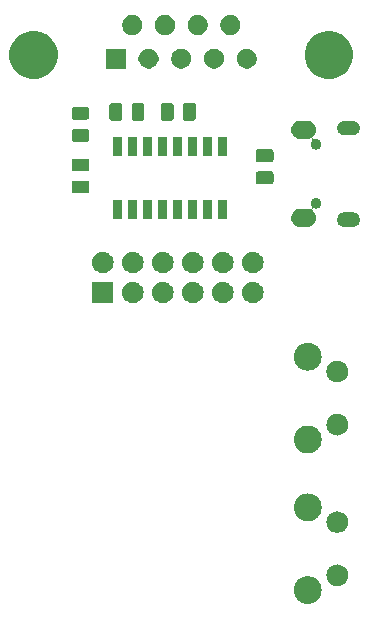
<source format=gbr>
G04 #@! TF.GenerationSoftware,KiCad,Pcbnew,(5.0.2)-1*
G04 #@! TF.CreationDate,2020-03-26T14:30:10-07:00*
G04 #@! TF.ProjectId,RetroWIFI,52657472-6f57-4494-9649-2e6b69636164,rev?*
G04 #@! TF.SameCoordinates,Original*
G04 #@! TF.FileFunction,Soldermask,Bot*
G04 #@! TF.FilePolarity,Negative*
%FSLAX46Y46*%
G04 Gerber Fmt 4.6, Leading zero omitted, Abs format (unit mm)*
G04 Created by KiCad (PCBNEW (5.0.2)-1) date 3/26/2020 2:30:10 PM*
%MOMM*%
%LPD*%
G01*
G04 APERTURE LIST*
%ADD10C,0.100000*%
G04 APERTURE END LIST*
D10*
G04 #@! TO.C,SW1*
X157893000Y-135500000D02*
G75*
G03X157893000Y-135500000I-1143000J0D01*
G01*
X160139000Y-129750000D02*
G75*
G03X160139000Y-129750000I-889000J0D01*
G01*
X160139000Y-134250000D02*
G75*
G03X160139000Y-134250000I-889000J0D01*
G01*
X157893000Y-128500000D02*
G75*
G03X157893000Y-128500000I-1143000J0D01*
G01*
G04 #@! TO.C,SW2*
X157893000Y-115750000D02*
G75*
G03X157893000Y-115750000I-1143000J0D01*
G01*
X160139000Y-121500000D02*
G75*
G03X160139000Y-121500000I-889000J0D01*
G01*
X160139000Y-117000000D02*
G75*
G03X160139000Y-117000000I-889000J0D01*
G01*
X157893000Y-122750000D02*
G75*
G03X157893000Y-122750000I-1143000J0D01*
G01*
G36*
X157085734Y-134393232D02*
X157295202Y-134479996D01*
X157483723Y-134605962D01*
X157644038Y-134766277D01*
X157770004Y-134954798D01*
X157856768Y-135164266D01*
X157901000Y-135386635D01*
X157901000Y-135613365D01*
X157856768Y-135835734D01*
X157770004Y-136045202D01*
X157644038Y-136233723D01*
X157483723Y-136394038D01*
X157295202Y-136520004D01*
X157085734Y-136606768D01*
X156863365Y-136651000D01*
X156636635Y-136651000D01*
X156414266Y-136606768D01*
X156204798Y-136520004D01*
X156016277Y-136394038D01*
X155855962Y-136233723D01*
X155729996Y-136045202D01*
X155643232Y-135835734D01*
X155599000Y-135613365D01*
X155599000Y-135386635D01*
X155643232Y-135164266D01*
X155729996Y-134954798D01*
X155855962Y-134766277D01*
X156016277Y-134605962D01*
X156204798Y-134479996D01*
X156414266Y-134393232D01*
X156636635Y-134349000D01*
X156863365Y-134349000D01*
X157085734Y-134393232D01*
X157085734Y-134393232D01*
G37*
G36*
X159512812Y-133383624D02*
X159676784Y-133451544D01*
X159824354Y-133550147D01*
X159949853Y-133675646D01*
X160048456Y-133823216D01*
X160116376Y-133987188D01*
X160151000Y-134161259D01*
X160151000Y-134338741D01*
X160116376Y-134512812D01*
X160048456Y-134676784D01*
X159949853Y-134824354D01*
X159824354Y-134949853D01*
X159676784Y-135048456D01*
X159512812Y-135116376D01*
X159338741Y-135151000D01*
X159161259Y-135151000D01*
X158987188Y-135116376D01*
X158823216Y-135048456D01*
X158675646Y-134949853D01*
X158550147Y-134824354D01*
X158451544Y-134676784D01*
X158383624Y-134512812D01*
X158349000Y-134338741D01*
X158349000Y-134161259D01*
X158383624Y-133987188D01*
X158451544Y-133823216D01*
X158550147Y-133675646D01*
X158675646Y-133550147D01*
X158823216Y-133451544D01*
X158987188Y-133383624D01*
X159161259Y-133349000D01*
X159338741Y-133349000D01*
X159512812Y-133383624D01*
X159512812Y-133383624D01*
G37*
G36*
X159512812Y-128883624D02*
X159676784Y-128951544D01*
X159824354Y-129050147D01*
X159949853Y-129175646D01*
X160048456Y-129323216D01*
X160116376Y-129487188D01*
X160151000Y-129661259D01*
X160151000Y-129838741D01*
X160116376Y-130012812D01*
X160048456Y-130176784D01*
X159949853Y-130324354D01*
X159824354Y-130449853D01*
X159676784Y-130548456D01*
X159512812Y-130616376D01*
X159338741Y-130651000D01*
X159161259Y-130651000D01*
X158987188Y-130616376D01*
X158823216Y-130548456D01*
X158675646Y-130449853D01*
X158550147Y-130324354D01*
X158451544Y-130176784D01*
X158383624Y-130012812D01*
X158349000Y-129838741D01*
X158349000Y-129661259D01*
X158383624Y-129487188D01*
X158451544Y-129323216D01*
X158550147Y-129175646D01*
X158675646Y-129050147D01*
X158823216Y-128951544D01*
X158987188Y-128883624D01*
X159161259Y-128849000D01*
X159338741Y-128849000D01*
X159512812Y-128883624D01*
X159512812Y-128883624D01*
G37*
G36*
X157085734Y-127393232D02*
X157295202Y-127479996D01*
X157483723Y-127605962D01*
X157644038Y-127766277D01*
X157770004Y-127954798D01*
X157856768Y-128164266D01*
X157901000Y-128386635D01*
X157901000Y-128613365D01*
X157856768Y-128835734D01*
X157770004Y-129045202D01*
X157644038Y-129233723D01*
X157483723Y-129394038D01*
X157295202Y-129520004D01*
X157085734Y-129606768D01*
X156863365Y-129651000D01*
X156636635Y-129651000D01*
X156414266Y-129606768D01*
X156204798Y-129520004D01*
X156016277Y-129394038D01*
X155855962Y-129233723D01*
X155729996Y-129045202D01*
X155643232Y-128835734D01*
X155599000Y-128613365D01*
X155599000Y-128386635D01*
X155643232Y-128164266D01*
X155729996Y-127954798D01*
X155855962Y-127766277D01*
X156016277Y-127605962D01*
X156204798Y-127479996D01*
X156414266Y-127393232D01*
X156636635Y-127349000D01*
X156863365Y-127349000D01*
X157085734Y-127393232D01*
X157085734Y-127393232D01*
G37*
G36*
X157085734Y-121643232D02*
X157295202Y-121729996D01*
X157483723Y-121855962D01*
X157644038Y-122016277D01*
X157770004Y-122204798D01*
X157856768Y-122414266D01*
X157901000Y-122636635D01*
X157901000Y-122863365D01*
X157856768Y-123085734D01*
X157770004Y-123295202D01*
X157644038Y-123483723D01*
X157483723Y-123644038D01*
X157295202Y-123770004D01*
X157085734Y-123856768D01*
X156863365Y-123901000D01*
X156636635Y-123901000D01*
X156414266Y-123856768D01*
X156204798Y-123770004D01*
X156016277Y-123644038D01*
X155855962Y-123483723D01*
X155729996Y-123295202D01*
X155643232Y-123085734D01*
X155599000Y-122863365D01*
X155599000Y-122636635D01*
X155643232Y-122414266D01*
X155729996Y-122204798D01*
X155855962Y-122016277D01*
X156016277Y-121855962D01*
X156204798Y-121729996D01*
X156414266Y-121643232D01*
X156636635Y-121599000D01*
X156863365Y-121599000D01*
X157085734Y-121643232D01*
X157085734Y-121643232D01*
G37*
G36*
X159512812Y-120633624D02*
X159676784Y-120701544D01*
X159824354Y-120800147D01*
X159949853Y-120925646D01*
X160048456Y-121073216D01*
X160116376Y-121237188D01*
X160151000Y-121411259D01*
X160151000Y-121588741D01*
X160116376Y-121762812D01*
X160048456Y-121926784D01*
X159949853Y-122074354D01*
X159824354Y-122199853D01*
X159676784Y-122298456D01*
X159512812Y-122366376D01*
X159338741Y-122401000D01*
X159161259Y-122401000D01*
X158987188Y-122366376D01*
X158823216Y-122298456D01*
X158675646Y-122199853D01*
X158550147Y-122074354D01*
X158451544Y-121926784D01*
X158383624Y-121762812D01*
X158349000Y-121588741D01*
X158349000Y-121411259D01*
X158383624Y-121237188D01*
X158451544Y-121073216D01*
X158550147Y-120925646D01*
X158675646Y-120800147D01*
X158823216Y-120701544D01*
X158987188Y-120633624D01*
X159161259Y-120599000D01*
X159338741Y-120599000D01*
X159512812Y-120633624D01*
X159512812Y-120633624D01*
G37*
G36*
X159512812Y-116133624D02*
X159676784Y-116201544D01*
X159824354Y-116300147D01*
X159949853Y-116425646D01*
X160048456Y-116573216D01*
X160116376Y-116737188D01*
X160151000Y-116911259D01*
X160151000Y-117088741D01*
X160116376Y-117262812D01*
X160048456Y-117426784D01*
X159949853Y-117574354D01*
X159824354Y-117699853D01*
X159676784Y-117798456D01*
X159512812Y-117866376D01*
X159338741Y-117901000D01*
X159161259Y-117901000D01*
X158987188Y-117866376D01*
X158823216Y-117798456D01*
X158675646Y-117699853D01*
X158550147Y-117574354D01*
X158451544Y-117426784D01*
X158383624Y-117262812D01*
X158349000Y-117088741D01*
X158349000Y-116911259D01*
X158383624Y-116737188D01*
X158451544Y-116573216D01*
X158550147Y-116425646D01*
X158675646Y-116300147D01*
X158823216Y-116201544D01*
X158987188Y-116133624D01*
X159161259Y-116099000D01*
X159338741Y-116099000D01*
X159512812Y-116133624D01*
X159512812Y-116133624D01*
G37*
G36*
X157085734Y-114643232D02*
X157295202Y-114729996D01*
X157483723Y-114855962D01*
X157644038Y-115016277D01*
X157770004Y-115204798D01*
X157856768Y-115414266D01*
X157901000Y-115636635D01*
X157901000Y-115863365D01*
X157856768Y-116085734D01*
X157770004Y-116295202D01*
X157644038Y-116483723D01*
X157483723Y-116644038D01*
X157295202Y-116770004D01*
X157085734Y-116856768D01*
X156863365Y-116901000D01*
X156636635Y-116901000D01*
X156414266Y-116856768D01*
X156204798Y-116770004D01*
X156016277Y-116644038D01*
X155855962Y-116483723D01*
X155729996Y-116295202D01*
X155643232Y-116085734D01*
X155599000Y-115863365D01*
X155599000Y-115636635D01*
X155643232Y-115414266D01*
X155729996Y-115204798D01*
X155855962Y-115016277D01*
X156016277Y-114855962D01*
X156204798Y-114729996D01*
X156414266Y-114643232D01*
X156636635Y-114599000D01*
X156863365Y-114599000D01*
X157085734Y-114643232D01*
X157085734Y-114643232D01*
G37*
G36*
X147130443Y-109405519D02*
X147196627Y-109412037D01*
X147309853Y-109446384D01*
X147366467Y-109463557D01*
X147505087Y-109537652D01*
X147522991Y-109547222D01*
X147558729Y-109576552D01*
X147660186Y-109659814D01*
X147743448Y-109761271D01*
X147772778Y-109797009D01*
X147772779Y-109797011D01*
X147856443Y-109953533D01*
X147856443Y-109953534D01*
X147907963Y-110123373D01*
X147925359Y-110300000D01*
X147907963Y-110476627D01*
X147873616Y-110589853D01*
X147856443Y-110646467D01*
X147782348Y-110785087D01*
X147772778Y-110802991D01*
X147743448Y-110838729D01*
X147660186Y-110940186D01*
X147558729Y-111023448D01*
X147522991Y-111052778D01*
X147522989Y-111052779D01*
X147366467Y-111136443D01*
X147309853Y-111153616D01*
X147196627Y-111187963D01*
X147130442Y-111194482D01*
X147064260Y-111201000D01*
X146975740Y-111201000D01*
X146909558Y-111194482D01*
X146843373Y-111187963D01*
X146730147Y-111153616D01*
X146673533Y-111136443D01*
X146517011Y-111052779D01*
X146517009Y-111052778D01*
X146481271Y-111023448D01*
X146379814Y-110940186D01*
X146296552Y-110838729D01*
X146267222Y-110802991D01*
X146257652Y-110785087D01*
X146183557Y-110646467D01*
X146166384Y-110589853D01*
X146132037Y-110476627D01*
X146114641Y-110300000D01*
X146132037Y-110123373D01*
X146183557Y-109953534D01*
X146183557Y-109953533D01*
X146267221Y-109797011D01*
X146267222Y-109797009D01*
X146296552Y-109761271D01*
X146379814Y-109659814D01*
X146481271Y-109576552D01*
X146517009Y-109547222D01*
X146534913Y-109537652D01*
X146673533Y-109463557D01*
X146730147Y-109446384D01*
X146843373Y-109412037D01*
X146909557Y-109405519D01*
X146975740Y-109399000D01*
X147064260Y-109399000D01*
X147130443Y-109405519D01*
X147130443Y-109405519D01*
G37*
G36*
X152210443Y-109405519D02*
X152276627Y-109412037D01*
X152389853Y-109446384D01*
X152446467Y-109463557D01*
X152585087Y-109537652D01*
X152602991Y-109547222D01*
X152638729Y-109576552D01*
X152740186Y-109659814D01*
X152823448Y-109761271D01*
X152852778Y-109797009D01*
X152852779Y-109797011D01*
X152936443Y-109953533D01*
X152936443Y-109953534D01*
X152987963Y-110123373D01*
X153005359Y-110300000D01*
X152987963Y-110476627D01*
X152953616Y-110589853D01*
X152936443Y-110646467D01*
X152862348Y-110785087D01*
X152852778Y-110802991D01*
X152823448Y-110838729D01*
X152740186Y-110940186D01*
X152638729Y-111023448D01*
X152602991Y-111052778D01*
X152602989Y-111052779D01*
X152446467Y-111136443D01*
X152389853Y-111153616D01*
X152276627Y-111187963D01*
X152210442Y-111194482D01*
X152144260Y-111201000D01*
X152055740Y-111201000D01*
X151989558Y-111194482D01*
X151923373Y-111187963D01*
X151810147Y-111153616D01*
X151753533Y-111136443D01*
X151597011Y-111052779D01*
X151597009Y-111052778D01*
X151561271Y-111023448D01*
X151459814Y-110940186D01*
X151376552Y-110838729D01*
X151347222Y-110802991D01*
X151337652Y-110785087D01*
X151263557Y-110646467D01*
X151246384Y-110589853D01*
X151212037Y-110476627D01*
X151194641Y-110300000D01*
X151212037Y-110123373D01*
X151263557Y-109953534D01*
X151263557Y-109953533D01*
X151347221Y-109797011D01*
X151347222Y-109797009D01*
X151376552Y-109761271D01*
X151459814Y-109659814D01*
X151561271Y-109576552D01*
X151597009Y-109547222D01*
X151614913Y-109537652D01*
X151753533Y-109463557D01*
X151810147Y-109446384D01*
X151923373Y-109412037D01*
X151989557Y-109405519D01*
X152055740Y-109399000D01*
X152144260Y-109399000D01*
X152210443Y-109405519D01*
X152210443Y-109405519D01*
G37*
G36*
X149670443Y-109405519D02*
X149736627Y-109412037D01*
X149849853Y-109446384D01*
X149906467Y-109463557D01*
X150045087Y-109537652D01*
X150062991Y-109547222D01*
X150098729Y-109576552D01*
X150200186Y-109659814D01*
X150283448Y-109761271D01*
X150312778Y-109797009D01*
X150312779Y-109797011D01*
X150396443Y-109953533D01*
X150396443Y-109953534D01*
X150447963Y-110123373D01*
X150465359Y-110300000D01*
X150447963Y-110476627D01*
X150413616Y-110589853D01*
X150396443Y-110646467D01*
X150322348Y-110785087D01*
X150312778Y-110802991D01*
X150283448Y-110838729D01*
X150200186Y-110940186D01*
X150098729Y-111023448D01*
X150062991Y-111052778D01*
X150062989Y-111052779D01*
X149906467Y-111136443D01*
X149849853Y-111153616D01*
X149736627Y-111187963D01*
X149670442Y-111194482D01*
X149604260Y-111201000D01*
X149515740Y-111201000D01*
X149449558Y-111194482D01*
X149383373Y-111187963D01*
X149270147Y-111153616D01*
X149213533Y-111136443D01*
X149057011Y-111052779D01*
X149057009Y-111052778D01*
X149021271Y-111023448D01*
X148919814Y-110940186D01*
X148836552Y-110838729D01*
X148807222Y-110802991D01*
X148797652Y-110785087D01*
X148723557Y-110646467D01*
X148706384Y-110589853D01*
X148672037Y-110476627D01*
X148654641Y-110300000D01*
X148672037Y-110123373D01*
X148723557Y-109953534D01*
X148723557Y-109953533D01*
X148807221Y-109797011D01*
X148807222Y-109797009D01*
X148836552Y-109761271D01*
X148919814Y-109659814D01*
X149021271Y-109576552D01*
X149057009Y-109547222D01*
X149074913Y-109537652D01*
X149213533Y-109463557D01*
X149270147Y-109446384D01*
X149383373Y-109412037D01*
X149449557Y-109405519D01*
X149515740Y-109399000D01*
X149604260Y-109399000D01*
X149670443Y-109405519D01*
X149670443Y-109405519D01*
G37*
G36*
X144590443Y-109405519D02*
X144656627Y-109412037D01*
X144769853Y-109446384D01*
X144826467Y-109463557D01*
X144965087Y-109537652D01*
X144982991Y-109547222D01*
X145018729Y-109576552D01*
X145120186Y-109659814D01*
X145203448Y-109761271D01*
X145232778Y-109797009D01*
X145232779Y-109797011D01*
X145316443Y-109953533D01*
X145316443Y-109953534D01*
X145367963Y-110123373D01*
X145385359Y-110300000D01*
X145367963Y-110476627D01*
X145333616Y-110589853D01*
X145316443Y-110646467D01*
X145242348Y-110785087D01*
X145232778Y-110802991D01*
X145203448Y-110838729D01*
X145120186Y-110940186D01*
X145018729Y-111023448D01*
X144982991Y-111052778D01*
X144982989Y-111052779D01*
X144826467Y-111136443D01*
X144769853Y-111153616D01*
X144656627Y-111187963D01*
X144590442Y-111194482D01*
X144524260Y-111201000D01*
X144435740Y-111201000D01*
X144369558Y-111194482D01*
X144303373Y-111187963D01*
X144190147Y-111153616D01*
X144133533Y-111136443D01*
X143977011Y-111052779D01*
X143977009Y-111052778D01*
X143941271Y-111023448D01*
X143839814Y-110940186D01*
X143756552Y-110838729D01*
X143727222Y-110802991D01*
X143717652Y-110785087D01*
X143643557Y-110646467D01*
X143626384Y-110589853D01*
X143592037Y-110476627D01*
X143574641Y-110300000D01*
X143592037Y-110123373D01*
X143643557Y-109953534D01*
X143643557Y-109953533D01*
X143727221Y-109797011D01*
X143727222Y-109797009D01*
X143756552Y-109761271D01*
X143839814Y-109659814D01*
X143941271Y-109576552D01*
X143977009Y-109547222D01*
X143994913Y-109537652D01*
X144133533Y-109463557D01*
X144190147Y-109446384D01*
X144303373Y-109412037D01*
X144369557Y-109405519D01*
X144435740Y-109399000D01*
X144524260Y-109399000D01*
X144590443Y-109405519D01*
X144590443Y-109405519D01*
G37*
G36*
X142050443Y-109405519D02*
X142116627Y-109412037D01*
X142229853Y-109446384D01*
X142286467Y-109463557D01*
X142425087Y-109537652D01*
X142442991Y-109547222D01*
X142478729Y-109576552D01*
X142580186Y-109659814D01*
X142663448Y-109761271D01*
X142692778Y-109797009D01*
X142692779Y-109797011D01*
X142776443Y-109953533D01*
X142776443Y-109953534D01*
X142827963Y-110123373D01*
X142845359Y-110300000D01*
X142827963Y-110476627D01*
X142793616Y-110589853D01*
X142776443Y-110646467D01*
X142702348Y-110785087D01*
X142692778Y-110802991D01*
X142663448Y-110838729D01*
X142580186Y-110940186D01*
X142478729Y-111023448D01*
X142442991Y-111052778D01*
X142442989Y-111052779D01*
X142286467Y-111136443D01*
X142229853Y-111153616D01*
X142116627Y-111187963D01*
X142050442Y-111194482D01*
X141984260Y-111201000D01*
X141895740Y-111201000D01*
X141829558Y-111194482D01*
X141763373Y-111187963D01*
X141650147Y-111153616D01*
X141593533Y-111136443D01*
X141437011Y-111052779D01*
X141437009Y-111052778D01*
X141401271Y-111023448D01*
X141299814Y-110940186D01*
X141216552Y-110838729D01*
X141187222Y-110802991D01*
X141177652Y-110785087D01*
X141103557Y-110646467D01*
X141086384Y-110589853D01*
X141052037Y-110476627D01*
X141034641Y-110300000D01*
X141052037Y-110123373D01*
X141103557Y-109953534D01*
X141103557Y-109953533D01*
X141187221Y-109797011D01*
X141187222Y-109797009D01*
X141216552Y-109761271D01*
X141299814Y-109659814D01*
X141401271Y-109576552D01*
X141437009Y-109547222D01*
X141454913Y-109537652D01*
X141593533Y-109463557D01*
X141650147Y-109446384D01*
X141763373Y-109412037D01*
X141829557Y-109405519D01*
X141895740Y-109399000D01*
X141984260Y-109399000D01*
X142050443Y-109405519D01*
X142050443Y-109405519D01*
G37*
G36*
X140301000Y-111201000D02*
X138499000Y-111201000D01*
X138499000Y-109399000D01*
X140301000Y-109399000D01*
X140301000Y-111201000D01*
X140301000Y-111201000D01*
G37*
G36*
X147130443Y-106865519D02*
X147196627Y-106872037D01*
X147309853Y-106906384D01*
X147366467Y-106923557D01*
X147505087Y-106997652D01*
X147522991Y-107007222D01*
X147558729Y-107036552D01*
X147660186Y-107119814D01*
X147743448Y-107221271D01*
X147772778Y-107257009D01*
X147772779Y-107257011D01*
X147856443Y-107413533D01*
X147856443Y-107413534D01*
X147907963Y-107583373D01*
X147925359Y-107760000D01*
X147907963Y-107936627D01*
X147873616Y-108049853D01*
X147856443Y-108106467D01*
X147782348Y-108245087D01*
X147772778Y-108262991D01*
X147743448Y-108298729D01*
X147660186Y-108400186D01*
X147558729Y-108483448D01*
X147522991Y-108512778D01*
X147522989Y-108512779D01*
X147366467Y-108596443D01*
X147309853Y-108613616D01*
X147196627Y-108647963D01*
X147130443Y-108654481D01*
X147064260Y-108661000D01*
X146975740Y-108661000D01*
X146909557Y-108654481D01*
X146843373Y-108647963D01*
X146730147Y-108613616D01*
X146673533Y-108596443D01*
X146517011Y-108512779D01*
X146517009Y-108512778D01*
X146481271Y-108483448D01*
X146379814Y-108400186D01*
X146296552Y-108298729D01*
X146267222Y-108262991D01*
X146257652Y-108245087D01*
X146183557Y-108106467D01*
X146166384Y-108049853D01*
X146132037Y-107936627D01*
X146114641Y-107760000D01*
X146132037Y-107583373D01*
X146183557Y-107413534D01*
X146183557Y-107413533D01*
X146267221Y-107257011D01*
X146267222Y-107257009D01*
X146296552Y-107221271D01*
X146379814Y-107119814D01*
X146481271Y-107036552D01*
X146517009Y-107007222D01*
X146534913Y-106997652D01*
X146673533Y-106923557D01*
X146730147Y-106906384D01*
X146843373Y-106872037D01*
X146909557Y-106865519D01*
X146975740Y-106859000D01*
X147064260Y-106859000D01*
X147130443Y-106865519D01*
X147130443Y-106865519D01*
G37*
G36*
X152210443Y-106865519D02*
X152276627Y-106872037D01*
X152389853Y-106906384D01*
X152446467Y-106923557D01*
X152585087Y-106997652D01*
X152602991Y-107007222D01*
X152638729Y-107036552D01*
X152740186Y-107119814D01*
X152823448Y-107221271D01*
X152852778Y-107257009D01*
X152852779Y-107257011D01*
X152936443Y-107413533D01*
X152936443Y-107413534D01*
X152987963Y-107583373D01*
X153005359Y-107760000D01*
X152987963Y-107936627D01*
X152953616Y-108049853D01*
X152936443Y-108106467D01*
X152862348Y-108245087D01*
X152852778Y-108262991D01*
X152823448Y-108298729D01*
X152740186Y-108400186D01*
X152638729Y-108483448D01*
X152602991Y-108512778D01*
X152602989Y-108512779D01*
X152446467Y-108596443D01*
X152389853Y-108613616D01*
X152276627Y-108647963D01*
X152210443Y-108654481D01*
X152144260Y-108661000D01*
X152055740Y-108661000D01*
X151989557Y-108654481D01*
X151923373Y-108647963D01*
X151810147Y-108613616D01*
X151753533Y-108596443D01*
X151597011Y-108512779D01*
X151597009Y-108512778D01*
X151561271Y-108483448D01*
X151459814Y-108400186D01*
X151376552Y-108298729D01*
X151347222Y-108262991D01*
X151337652Y-108245087D01*
X151263557Y-108106467D01*
X151246384Y-108049853D01*
X151212037Y-107936627D01*
X151194641Y-107760000D01*
X151212037Y-107583373D01*
X151263557Y-107413534D01*
X151263557Y-107413533D01*
X151347221Y-107257011D01*
X151347222Y-107257009D01*
X151376552Y-107221271D01*
X151459814Y-107119814D01*
X151561271Y-107036552D01*
X151597009Y-107007222D01*
X151614913Y-106997652D01*
X151753533Y-106923557D01*
X151810147Y-106906384D01*
X151923373Y-106872037D01*
X151989557Y-106865519D01*
X152055740Y-106859000D01*
X152144260Y-106859000D01*
X152210443Y-106865519D01*
X152210443Y-106865519D01*
G37*
G36*
X149670443Y-106865519D02*
X149736627Y-106872037D01*
X149849853Y-106906384D01*
X149906467Y-106923557D01*
X150045087Y-106997652D01*
X150062991Y-107007222D01*
X150098729Y-107036552D01*
X150200186Y-107119814D01*
X150283448Y-107221271D01*
X150312778Y-107257009D01*
X150312779Y-107257011D01*
X150396443Y-107413533D01*
X150396443Y-107413534D01*
X150447963Y-107583373D01*
X150465359Y-107760000D01*
X150447963Y-107936627D01*
X150413616Y-108049853D01*
X150396443Y-108106467D01*
X150322348Y-108245087D01*
X150312778Y-108262991D01*
X150283448Y-108298729D01*
X150200186Y-108400186D01*
X150098729Y-108483448D01*
X150062991Y-108512778D01*
X150062989Y-108512779D01*
X149906467Y-108596443D01*
X149849853Y-108613616D01*
X149736627Y-108647963D01*
X149670443Y-108654481D01*
X149604260Y-108661000D01*
X149515740Y-108661000D01*
X149449557Y-108654481D01*
X149383373Y-108647963D01*
X149270147Y-108613616D01*
X149213533Y-108596443D01*
X149057011Y-108512779D01*
X149057009Y-108512778D01*
X149021271Y-108483448D01*
X148919814Y-108400186D01*
X148836552Y-108298729D01*
X148807222Y-108262991D01*
X148797652Y-108245087D01*
X148723557Y-108106467D01*
X148706384Y-108049853D01*
X148672037Y-107936627D01*
X148654641Y-107760000D01*
X148672037Y-107583373D01*
X148723557Y-107413534D01*
X148723557Y-107413533D01*
X148807221Y-107257011D01*
X148807222Y-107257009D01*
X148836552Y-107221271D01*
X148919814Y-107119814D01*
X149021271Y-107036552D01*
X149057009Y-107007222D01*
X149074913Y-106997652D01*
X149213533Y-106923557D01*
X149270147Y-106906384D01*
X149383373Y-106872037D01*
X149449557Y-106865519D01*
X149515740Y-106859000D01*
X149604260Y-106859000D01*
X149670443Y-106865519D01*
X149670443Y-106865519D01*
G37*
G36*
X144590443Y-106865519D02*
X144656627Y-106872037D01*
X144769853Y-106906384D01*
X144826467Y-106923557D01*
X144965087Y-106997652D01*
X144982991Y-107007222D01*
X145018729Y-107036552D01*
X145120186Y-107119814D01*
X145203448Y-107221271D01*
X145232778Y-107257009D01*
X145232779Y-107257011D01*
X145316443Y-107413533D01*
X145316443Y-107413534D01*
X145367963Y-107583373D01*
X145385359Y-107760000D01*
X145367963Y-107936627D01*
X145333616Y-108049853D01*
X145316443Y-108106467D01*
X145242348Y-108245087D01*
X145232778Y-108262991D01*
X145203448Y-108298729D01*
X145120186Y-108400186D01*
X145018729Y-108483448D01*
X144982991Y-108512778D01*
X144982989Y-108512779D01*
X144826467Y-108596443D01*
X144769853Y-108613616D01*
X144656627Y-108647963D01*
X144590443Y-108654481D01*
X144524260Y-108661000D01*
X144435740Y-108661000D01*
X144369557Y-108654481D01*
X144303373Y-108647963D01*
X144190147Y-108613616D01*
X144133533Y-108596443D01*
X143977011Y-108512779D01*
X143977009Y-108512778D01*
X143941271Y-108483448D01*
X143839814Y-108400186D01*
X143756552Y-108298729D01*
X143727222Y-108262991D01*
X143717652Y-108245087D01*
X143643557Y-108106467D01*
X143626384Y-108049853D01*
X143592037Y-107936627D01*
X143574641Y-107760000D01*
X143592037Y-107583373D01*
X143643557Y-107413534D01*
X143643557Y-107413533D01*
X143727221Y-107257011D01*
X143727222Y-107257009D01*
X143756552Y-107221271D01*
X143839814Y-107119814D01*
X143941271Y-107036552D01*
X143977009Y-107007222D01*
X143994913Y-106997652D01*
X144133533Y-106923557D01*
X144190147Y-106906384D01*
X144303373Y-106872037D01*
X144369557Y-106865519D01*
X144435740Y-106859000D01*
X144524260Y-106859000D01*
X144590443Y-106865519D01*
X144590443Y-106865519D01*
G37*
G36*
X142050443Y-106865519D02*
X142116627Y-106872037D01*
X142229853Y-106906384D01*
X142286467Y-106923557D01*
X142425087Y-106997652D01*
X142442991Y-107007222D01*
X142478729Y-107036552D01*
X142580186Y-107119814D01*
X142663448Y-107221271D01*
X142692778Y-107257009D01*
X142692779Y-107257011D01*
X142776443Y-107413533D01*
X142776443Y-107413534D01*
X142827963Y-107583373D01*
X142845359Y-107760000D01*
X142827963Y-107936627D01*
X142793616Y-108049853D01*
X142776443Y-108106467D01*
X142702348Y-108245087D01*
X142692778Y-108262991D01*
X142663448Y-108298729D01*
X142580186Y-108400186D01*
X142478729Y-108483448D01*
X142442991Y-108512778D01*
X142442989Y-108512779D01*
X142286467Y-108596443D01*
X142229853Y-108613616D01*
X142116627Y-108647963D01*
X142050443Y-108654481D01*
X141984260Y-108661000D01*
X141895740Y-108661000D01*
X141829557Y-108654481D01*
X141763373Y-108647963D01*
X141650147Y-108613616D01*
X141593533Y-108596443D01*
X141437011Y-108512779D01*
X141437009Y-108512778D01*
X141401271Y-108483448D01*
X141299814Y-108400186D01*
X141216552Y-108298729D01*
X141187222Y-108262991D01*
X141177652Y-108245087D01*
X141103557Y-108106467D01*
X141086384Y-108049853D01*
X141052037Y-107936627D01*
X141034641Y-107760000D01*
X141052037Y-107583373D01*
X141103557Y-107413534D01*
X141103557Y-107413533D01*
X141187221Y-107257011D01*
X141187222Y-107257009D01*
X141216552Y-107221271D01*
X141299814Y-107119814D01*
X141401271Y-107036552D01*
X141437009Y-107007222D01*
X141454913Y-106997652D01*
X141593533Y-106923557D01*
X141650147Y-106906384D01*
X141763373Y-106872037D01*
X141829557Y-106865519D01*
X141895740Y-106859000D01*
X141984260Y-106859000D01*
X142050443Y-106865519D01*
X142050443Y-106865519D01*
G37*
G36*
X139510443Y-106865519D02*
X139576627Y-106872037D01*
X139689853Y-106906384D01*
X139746467Y-106923557D01*
X139885087Y-106997652D01*
X139902991Y-107007222D01*
X139938729Y-107036552D01*
X140040186Y-107119814D01*
X140123448Y-107221271D01*
X140152778Y-107257009D01*
X140152779Y-107257011D01*
X140236443Y-107413533D01*
X140236443Y-107413534D01*
X140287963Y-107583373D01*
X140305359Y-107760000D01*
X140287963Y-107936627D01*
X140253616Y-108049853D01*
X140236443Y-108106467D01*
X140162348Y-108245087D01*
X140152778Y-108262991D01*
X140123448Y-108298729D01*
X140040186Y-108400186D01*
X139938729Y-108483448D01*
X139902991Y-108512778D01*
X139902989Y-108512779D01*
X139746467Y-108596443D01*
X139689853Y-108613616D01*
X139576627Y-108647963D01*
X139510443Y-108654481D01*
X139444260Y-108661000D01*
X139355740Y-108661000D01*
X139289557Y-108654481D01*
X139223373Y-108647963D01*
X139110147Y-108613616D01*
X139053533Y-108596443D01*
X138897011Y-108512779D01*
X138897009Y-108512778D01*
X138861271Y-108483448D01*
X138759814Y-108400186D01*
X138676552Y-108298729D01*
X138647222Y-108262991D01*
X138637652Y-108245087D01*
X138563557Y-108106467D01*
X138546384Y-108049853D01*
X138512037Y-107936627D01*
X138494641Y-107760000D01*
X138512037Y-107583373D01*
X138563557Y-107413534D01*
X138563557Y-107413533D01*
X138647221Y-107257011D01*
X138647222Y-107257009D01*
X138676552Y-107221271D01*
X138759814Y-107119814D01*
X138861271Y-107036552D01*
X138897009Y-107007222D01*
X138914913Y-106997652D01*
X139053533Y-106923557D01*
X139110147Y-106906384D01*
X139223373Y-106872037D01*
X139289557Y-106865519D01*
X139355740Y-106859000D01*
X139444260Y-106859000D01*
X139510443Y-106865519D01*
X139510443Y-106865519D01*
G37*
G36*
X160647714Y-103508058D02*
X160647717Y-103508059D01*
X160765719Y-103543854D01*
X160765721Y-103543855D01*
X160874471Y-103601983D01*
X160969790Y-103680210D01*
X161048017Y-103775529D01*
X161106145Y-103884279D01*
X161141942Y-104002286D01*
X161154028Y-104125000D01*
X161141942Y-104247714D01*
X161106145Y-104365721D01*
X161048017Y-104474471D01*
X160969790Y-104569790D01*
X160874471Y-104648017D01*
X160874469Y-104648018D01*
X160765719Y-104706146D01*
X160669683Y-104735278D01*
X160647714Y-104741942D01*
X160555747Y-104751000D01*
X159844253Y-104751000D01*
X159752286Y-104741942D01*
X159730317Y-104735278D01*
X159634281Y-104706146D01*
X159525531Y-104648018D01*
X159525529Y-104648017D01*
X159430210Y-104569790D01*
X159351983Y-104474471D01*
X159293855Y-104365721D01*
X159258058Y-104247714D01*
X159245972Y-104125000D01*
X159258058Y-104002286D01*
X159293855Y-103884279D01*
X159351983Y-103775529D01*
X159430210Y-103680210D01*
X159525529Y-103601983D01*
X159634279Y-103543855D01*
X159634281Y-103543854D01*
X159752283Y-103508059D01*
X159752286Y-103508058D01*
X159844253Y-103499000D01*
X160555747Y-103499000D01*
X160647714Y-103508058D01*
X160647714Y-103508058D01*
G37*
G36*
X157538413Y-102305525D02*
X157613456Y-102328290D01*
X157623425Y-102331314D01*
X157701774Y-102373193D01*
X157770448Y-102429552D01*
X157826807Y-102498226D01*
X157868686Y-102576575D01*
X157868687Y-102576579D01*
X157894475Y-102661587D01*
X157903182Y-102750000D01*
X157894475Y-102838413D01*
X157871710Y-102913456D01*
X157868686Y-102923425D01*
X157826807Y-103001774D01*
X157770448Y-103070448D01*
X157701774Y-103126807D01*
X157623425Y-103168686D01*
X157613456Y-103171710D01*
X157538413Y-103194475D01*
X157472158Y-103201000D01*
X157427842Y-103201000D01*
X157361589Y-103194475D01*
X157326511Y-103183833D01*
X157305476Y-103177453D01*
X157281449Y-103172673D01*
X157256945Y-103172673D01*
X157232911Y-103177453D01*
X157210272Y-103186830D01*
X157189897Y-103200444D01*
X157172570Y-103217770D01*
X157158956Y-103238145D01*
X157149578Y-103260784D01*
X157144797Y-103284817D01*
X157144797Y-103309321D01*
X157149577Y-103333355D01*
X157158954Y-103355994D01*
X157172568Y-103376369D01*
X157189895Y-103393696D01*
X157226368Y-103423630D01*
X157323341Y-103541790D01*
X157323342Y-103541792D01*
X157395399Y-103676601D01*
X157425408Y-103775529D01*
X157439772Y-103822881D01*
X157454754Y-103975000D01*
X157439772Y-104127119D01*
X157395398Y-104273401D01*
X157323341Y-104408210D01*
X157226369Y-104526369D01*
X157108210Y-104623341D01*
X157062043Y-104648018D01*
X156973399Y-104695399D01*
X156854352Y-104731511D01*
X156827119Y-104739772D01*
X156713118Y-104751000D01*
X156086882Y-104751000D01*
X155972881Y-104739772D01*
X155945648Y-104731511D01*
X155826601Y-104695399D01*
X155737957Y-104648018D01*
X155691790Y-104623341D01*
X155573631Y-104526369D01*
X155476659Y-104408210D01*
X155404602Y-104273401D01*
X155360228Y-104127119D01*
X155345246Y-103975000D01*
X155360228Y-103822881D01*
X155374592Y-103775529D01*
X155404601Y-103676601D01*
X155476658Y-103541792D01*
X155476659Y-103541790D01*
X155573631Y-103423631D01*
X155691790Y-103326659D01*
X155826599Y-103254602D01*
X155826601Y-103254601D01*
X155972878Y-103210229D01*
X155972881Y-103210228D01*
X156086882Y-103199000D01*
X156713118Y-103199000D01*
X156827119Y-103210228D01*
X156827122Y-103210229D01*
X156973399Y-103254601D01*
X156973401Y-103254602D01*
X156980792Y-103256844D01*
X156989246Y-103260345D01*
X157013279Y-103265123D01*
X157037784Y-103265121D01*
X157061817Y-103260338D01*
X157084455Y-103250959D01*
X157104828Y-103237344D01*
X157122154Y-103220015D01*
X157135766Y-103199639D01*
X157145142Y-103176999D01*
X157149920Y-103152966D01*
X157149918Y-103128461D01*
X157145135Y-103104428D01*
X157135756Y-103081790D01*
X157122150Y-103061429D01*
X157098504Y-103032615D01*
X157073193Y-103001775D01*
X157059809Y-102976735D01*
X157031314Y-102923425D01*
X157028290Y-102913456D01*
X157005525Y-102838413D01*
X156996818Y-102750000D01*
X157005525Y-102661587D01*
X157031313Y-102576579D01*
X157031314Y-102576575D01*
X157073193Y-102498226D01*
X157129552Y-102429552D01*
X157198226Y-102373193D01*
X157276575Y-102331314D01*
X157286544Y-102328290D01*
X157361587Y-102305525D01*
X157427842Y-102299000D01*
X157472158Y-102299000D01*
X157538413Y-102305525D01*
X157538413Y-102305525D01*
G37*
G36*
X141001000Y-104113500D02*
X140299000Y-104113500D01*
X140299000Y-102511500D01*
X141001000Y-102511500D01*
X141001000Y-104113500D01*
X141001000Y-104113500D01*
G37*
G36*
X142271000Y-104113500D02*
X141569000Y-104113500D01*
X141569000Y-102511500D01*
X142271000Y-102511500D01*
X142271000Y-104113500D01*
X142271000Y-104113500D01*
G37*
G36*
X143541000Y-104113500D02*
X142839000Y-104113500D01*
X142839000Y-102511500D01*
X143541000Y-102511500D01*
X143541000Y-104113500D01*
X143541000Y-104113500D01*
G37*
G36*
X144811000Y-104113500D02*
X144109000Y-104113500D01*
X144109000Y-102511500D01*
X144811000Y-102511500D01*
X144811000Y-104113500D01*
X144811000Y-104113500D01*
G37*
G36*
X146081000Y-104113500D02*
X145379000Y-104113500D01*
X145379000Y-102511500D01*
X146081000Y-102511500D01*
X146081000Y-104113500D01*
X146081000Y-104113500D01*
G37*
G36*
X147351000Y-104113500D02*
X146649000Y-104113500D01*
X146649000Y-102511500D01*
X147351000Y-102511500D01*
X147351000Y-104113500D01*
X147351000Y-104113500D01*
G37*
G36*
X148621000Y-104113500D02*
X147919000Y-104113500D01*
X147919000Y-102511500D01*
X148621000Y-102511500D01*
X148621000Y-104113500D01*
X148621000Y-104113500D01*
G37*
G36*
X149891000Y-104113500D02*
X149189000Y-104113500D01*
X149189000Y-102511500D01*
X149891000Y-102511500D01*
X149891000Y-104113500D01*
X149891000Y-104113500D01*
G37*
G36*
X138084466Y-100841065D02*
X138123137Y-100852796D01*
X138158779Y-100871848D01*
X138190017Y-100897483D01*
X138215652Y-100928721D01*
X138234704Y-100964363D01*
X138246435Y-101003034D01*
X138251000Y-101049388D01*
X138251000Y-101700612D01*
X138246435Y-101746966D01*
X138234704Y-101785637D01*
X138215652Y-101821279D01*
X138190017Y-101852517D01*
X138158779Y-101878152D01*
X138123137Y-101897204D01*
X138084466Y-101908935D01*
X138038112Y-101913500D01*
X136961888Y-101913500D01*
X136915534Y-101908935D01*
X136876863Y-101897204D01*
X136841221Y-101878152D01*
X136809983Y-101852517D01*
X136784348Y-101821279D01*
X136765296Y-101785637D01*
X136753565Y-101746966D01*
X136749000Y-101700612D01*
X136749000Y-101049388D01*
X136753565Y-101003034D01*
X136765296Y-100964363D01*
X136784348Y-100928721D01*
X136809983Y-100897483D01*
X136841221Y-100871848D01*
X136876863Y-100852796D01*
X136915534Y-100841065D01*
X136961888Y-100836500D01*
X138038112Y-100836500D01*
X138084466Y-100841065D01*
X138084466Y-100841065D01*
G37*
G36*
X153684466Y-100053565D02*
X153723137Y-100065296D01*
X153758779Y-100084348D01*
X153790017Y-100109983D01*
X153815652Y-100141221D01*
X153834704Y-100176863D01*
X153846435Y-100215534D01*
X153851000Y-100261888D01*
X153851000Y-100913112D01*
X153846435Y-100959466D01*
X153834704Y-100998137D01*
X153815652Y-101033779D01*
X153790017Y-101065017D01*
X153758779Y-101090652D01*
X153723137Y-101109704D01*
X153684466Y-101121435D01*
X153638112Y-101126000D01*
X152561888Y-101126000D01*
X152515534Y-101121435D01*
X152476863Y-101109704D01*
X152441221Y-101090652D01*
X152409983Y-101065017D01*
X152384348Y-101033779D01*
X152365296Y-100998137D01*
X152353565Y-100959466D01*
X152349000Y-100913112D01*
X152349000Y-100261888D01*
X152353565Y-100215534D01*
X152365296Y-100176863D01*
X152384348Y-100141221D01*
X152409983Y-100109983D01*
X152441221Y-100084348D01*
X152476863Y-100065296D01*
X152515534Y-100053565D01*
X152561888Y-100049000D01*
X153638112Y-100049000D01*
X153684466Y-100053565D01*
X153684466Y-100053565D01*
G37*
G36*
X138084466Y-98966065D02*
X138123137Y-98977796D01*
X138158779Y-98996848D01*
X138190017Y-99022483D01*
X138215652Y-99053721D01*
X138234704Y-99089363D01*
X138246435Y-99128034D01*
X138251000Y-99174388D01*
X138251000Y-99825612D01*
X138246435Y-99871966D01*
X138234704Y-99910637D01*
X138215652Y-99946279D01*
X138190017Y-99977517D01*
X138158779Y-100003152D01*
X138123137Y-100022204D01*
X138084466Y-100033935D01*
X138038112Y-100038500D01*
X136961888Y-100038500D01*
X136915534Y-100033935D01*
X136876863Y-100022204D01*
X136841221Y-100003152D01*
X136809983Y-99977517D01*
X136784348Y-99946279D01*
X136765296Y-99910637D01*
X136753565Y-99871966D01*
X136749000Y-99825612D01*
X136749000Y-99174388D01*
X136753565Y-99128034D01*
X136765296Y-99089363D01*
X136784348Y-99053721D01*
X136809983Y-99022483D01*
X136841221Y-98996848D01*
X136876863Y-98977796D01*
X136915534Y-98966065D01*
X136961888Y-98961500D01*
X138038112Y-98961500D01*
X138084466Y-98966065D01*
X138084466Y-98966065D01*
G37*
G36*
X153684466Y-98178565D02*
X153723137Y-98190296D01*
X153758779Y-98209348D01*
X153790017Y-98234983D01*
X153815652Y-98266221D01*
X153834704Y-98301863D01*
X153846435Y-98340534D01*
X153851000Y-98386888D01*
X153851000Y-99038112D01*
X153846435Y-99084466D01*
X153834704Y-99123137D01*
X153815652Y-99158779D01*
X153790017Y-99190017D01*
X153758779Y-99215652D01*
X153723137Y-99234704D01*
X153684466Y-99246435D01*
X153638112Y-99251000D01*
X152561888Y-99251000D01*
X152515534Y-99246435D01*
X152476863Y-99234704D01*
X152441221Y-99215652D01*
X152409983Y-99190017D01*
X152384348Y-99158779D01*
X152365296Y-99123137D01*
X152353565Y-99084466D01*
X152349000Y-99038112D01*
X152349000Y-98386888D01*
X152353565Y-98340534D01*
X152365296Y-98301863D01*
X152384348Y-98266221D01*
X152409983Y-98234983D01*
X152441221Y-98209348D01*
X152476863Y-98190296D01*
X152515534Y-98178565D01*
X152561888Y-98174000D01*
X153638112Y-98174000D01*
X153684466Y-98178565D01*
X153684466Y-98178565D01*
G37*
G36*
X148621000Y-98713500D02*
X147919000Y-98713500D01*
X147919000Y-97111500D01*
X148621000Y-97111500D01*
X148621000Y-98713500D01*
X148621000Y-98713500D01*
G37*
G36*
X149891000Y-98713500D02*
X149189000Y-98713500D01*
X149189000Y-97111500D01*
X149891000Y-97111500D01*
X149891000Y-98713500D01*
X149891000Y-98713500D01*
G37*
G36*
X147351000Y-98713500D02*
X146649000Y-98713500D01*
X146649000Y-97111500D01*
X147351000Y-97111500D01*
X147351000Y-98713500D01*
X147351000Y-98713500D01*
G37*
G36*
X146081000Y-98713500D02*
X145379000Y-98713500D01*
X145379000Y-97111500D01*
X146081000Y-97111500D01*
X146081000Y-98713500D01*
X146081000Y-98713500D01*
G37*
G36*
X144811000Y-98713500D02*
X144109000Y-98713500D01*
X144109000Y-97111500D01*
X144811000Y-97111500D01*
X144811000Y-98713500D01*
X144811000Y-98713500D01*
G37*
G36*
X143541000Y-98713500D02*
X142839000Y-98713500D01*
X142839000Y-97111500D01*
X143541000Y-97111500D01*
X143541000Y-98713500D01*
X143541000Y-98713500D01*
G37*
G36*
X142271000Y-98713500D02*
X141569000Y-98713500D01*
X141569000Y-97111500D01*
X142271000Y-97111500D01*
X142271000Y-98713500D01*
X142271000Y-98713500D01*
G37*
G36*
X141001000Y-98713500D02*
X140299000Y-98713500D01*
X140299000Y-97111500D01*
X141001000Y-97111500D01*
X141001000Y-98713500D01*
X141001000Y-98713500D01*
G37*
G36*
X156827119Y-95760228D02*
X156827122Y-95760229D01*
X156973399Y-95804601D01*
X156973401Y-95804602D01*
X157108210Y-95876659D01*
X157226369Y-95973631D01*
X157323341Y-96091790D01*
X157395398Y-96226599D01*
X157439772Y-96372881D01*
X157454754Y-96525000D01*
X157439772Y-96677119D01*
X157439771Y-96677122D01*
X157396494Y-96819790D01*
X157395398Y-96823401D01*
X157323341Y-96958210D01*
X157226368Y-97076370D01*
X157189895Y-97106304D01*
X157172568Y-97123631D01*
X157158954Y-97144006D01*
X157149577Y-97166645D01*
X157144797Y-97190678D01*
X157144797Y-97215183D01*
X157149578Y-97239216D01*
X157158956Y-97261855D01*
X157172570Y-97282229D01*
X157189897Y-97299556D01*
X157210272Y-97313170D01*
X157232911Y-97322547D01*
X157256944Y-97327327D01*
X157281449Y-97327327D01*
X157305476Y-97322547D01*
X157326511Y-97316167D01*
X157361589Y-97305525D01*
X157427842Y-97299000D01*
X157472158Y-97299000D01*
X157538413Y-97305525D01*
X157604628Y-97325612D01*
X157623425Y-97331314D01*
X157701774Y-97373193D01*
X157770448Y-97429552D01*
X157826807Y-97498226D01*
X157868686Y-97576575D01*
X157868687Y-97576579D01*
X157894475Y-97661587D01*
X157903182Y-97750000D01*
X157894475Y-97838413D01*
X157871710Y-97913456D01*
X157868686Y-97923425D01*
X157826807Y-98001774D01*
X157770448Y-98070448D01*
X157701774Y-98126807D01*
X157623425Y-98168686D01*
X157613456Y-98171710D01*
X157538413Y-98194475D01*
X157472158Y-98201000D01*
X157427842Y-98201000D01*
X157361587Y-98194475D01*
X157286544Y-98171710D01*
X157276575Y-98168686D01*
X157198226Y-98126807D01*
X157129552Y-98070448D01*
X157073193Y-98001774D01*
X157031314Y-97923425D01*
X157028290Y-97913456D01*
X157005525Y-97838413D01*
X156996818Y-97750000D01*
X157005525Y-97661587D01*
X157031313Y-97576579D01*
X157031314Y-97576575D01*
X157070560Y-97503152D01*
X157073193Y-97498225D01*
X157098504Y-97467385D01*
X157122150Y-97438571D01*
X157135761Y-97418202D01*
X157145138Y-97395563D01*
X157149919Y-97371529D01*
X157149919Y-97347025D01*
X157145139Y-97322992D01*
X157135762Y-97300352D01*
X157122148Y-97279978D01*
X157104821Y-97262650D01*
X157084447Y-97249036D01*
X157061808Y-97239659D01*
X157037774Y-97234878D01*
X157013270Y-97234878D01*
X156989237Y-97239658D01*
X156980788Y-97243157D01*
X156973401Y-97245398D01*
X156973399Y-97245399D01*
X156851985Y-97282229D01*
X156827119Y-97289772D01*
X156713118Y-97301000D01*
X156086882Y-97301000D01*
X155972881Y-97289772D01*
X155940594Y-97279978D01*
X155826601Y-97245399D01*
X155826599Y-97245398D01*
X155691790Y-97173341D01*
X155573631Y-97076369D01*
X155476659Y-96958210D01*
X155404602Y-96823401D01*
X155403507Y-96819790D01*
X155360229Y-96677122D01*
X155360228Y-96677119D01*
X155345246Y-96525000D01*
X155360228Y-96372881D01*
X155404602Y-96226599D01*
X155476659Y-96091790D01*
X155573631Y-95973631D01*
X155691790Y-95876659D01*
X155826599Y-95804602D01*
X155826601Y-95804601D01*
X155972878Y-95760229D01*
X155972881Y-95760228D01*
X156086882Y-95749000D01*
X156713118Y-95749000D01*
X156827119Y-95760228D01*
X156827119Y-95760228D01*
G37*
G36*
X138084466Y-96466065D02*
X138123137Y-96477796D01*
X138158779Y-96496848D01*
X138190017Y-96522483D01*
X138215652Y-96553721D01*
X138234704Y-96589363D01*
X138246435Y-96628034D01*
X138251000Y-96674388D01*
X138251000Y-97325612D01*
X138246435Y-97371966D01*
X138234704Y-97410637D01*
X138215652Y-97446279D01*
X138190017Y-97477517D01*
X138158779Y-97503152D01*
X138123137Y-97522204D01*
X138084466Y-97533935D01*
X138038112Y-97538500D01*
X136961888Y-97538500D01*
X136915534Y-97533935D01*
X136876863Y-97522204D01*
X136841221Y-97503152D01*
X136809983Y-97477517D01*
X136784348Y-97446279D01*
X136765296Y-97410637D01*
X136753565Y-97371966D01*
X136749000Y-97325612D01*
X136749000Y-96674388D01*
X136753565Y-96628034D01*
X136765296Y-96589363D01*
X136784348Y-96553721D01*
X136809983Y-96522483D01*
X136841221Y-96496848D01*
X136876863Y-96477796D01*
X136915534Y-96466065D01*
X136961888Y-96461500D01*
X138038112Y-96461500D01*
X138084466Y-96466065D01*
X138084466Y-96466065D01*
G37*
G36*
X160647714Y-95758058D02*
X160654871Y-95760229D01*
X160765719Y-95793854D01*
X160765721Y-95793855D01*
X160874471Y-95851983D01*
X160969790Y-95930210D01*
X161048017Y-96025529D01*
X161106145Y-96134279D01*
X161141942Y-96252286D01*
X161154028Y-96375000D01*
X161141942Y-96497714D01*
X161141941Y-96497717D01*
X161124953Y-96553721D01*
X161106145Y-96615721D01*
X161048017Y-96724471D01*
X160969790Y-96819790D01*
X160874471Y-96898017D01*
X160874469Y-96898018D01*
X160765719Y-96956146D01*
X160669683Y-96985278D01*
X160647714Y-96991942D01*
X160555747Y-97001000D01*
X159844253Y-97001000D01*
X159752286Y-96991942D01*
X159730317Y-96985278D01*
X159634281Y-96956146D01*
X159525531Y-96898018D01*
X159525529Y-96898017D01*
X159430210Y-96819790D01*
X159351983Y-96724471D01*
X159293855Y-96615721D01*
X159275048Y-96553721D01*
X159258059Y-96497717D01*
X159258058Y-96497714D01*
X159245972Y-96375000D01*
X159258058Y-96252286D01*
X159293855Y-96134279D01*
X159351983Y-96025529D01*
X159430210Y-95930210D01*
X159525529Y-95851983D01*
X159634279Y-95793855D01*
X159634281Y-95793854D01*
X159745129Y-95760229D01*
X159752286Y-95758058D01*
X159844253Y-95749000D01*
X160555747Y-95749000D01*
X160647714Y-95758058D01*
X160647714Y-95758058D01*
G37*
G36*
X145221966Y-94253565D02*
X145260637Y-94265296D01*
X145296279Y-94284348D01*
X145327517Y-94309983D01*
X145353152Y-94341221D01*
X145372204Y-94376863D01*
X145383935Y-94415534D01*
X145388500Y-94461888D01*
X145388500Y-95538112D01*
X145383935Y-95584466D01*
X145372204Y-95623137D01*
X145353152Y-95658779D01*
X145327517Y-95690017D01*
X145296279Y-95715652D01*
X145260637Y-95734704D01*
X145221966Y-95746435D01*
X145175612Y-95751000D01*
X144524388Y-95751000D01*
X144478034Y-95746435D01*
X144439363Y-95734704D01*
X144403721Y-95715652D01*
X144372483Y-95690017D01*
X144346848Y-95658779D01*
X144327796Y-95623137D01*
X144316065Y-95584466D01*
X144311500Y-95538112D01*
X144311500Y-94461888D01*
X144316065Y-94415534D01*
X144327796Y-94376863D01*
X144346848Y-94341221D01*
X144372483Y-94309983D01*
X144403721Y-94284348D01*
X144439363Y-94265296D01*
X144478034Y-94253565D01*
X144524388Y-94249000D01*
X145175612Y-94249000D01*
X145221966Y-94253565D01*
X145221966Y-94253565D01*
G37*
G36*
X140871966Y-94253565D02*
X140910637Y-94265296D01*
X140946279Y-94284348D01*
X140977517Y-94309983D01*
X141003152Y-94341221D01*
X141022204Y-94376863D01*
X141033935Y-94415534D01*
X141038500Y-94461888D01*
X141038500Y-95538112D01*
X141033935Y-95584466D01*
X141022204Y-95623137D01*
X141003152Y-95658779D01*
X140977517Y-95690017D01*
X140946279Y-95715652D01*
X140910637Y-95734704D01*
X140871966Y-95746435D01*
X140825612Y-95751000D01*
X140174388Y-95751000D01*
X140128034Y-95746435D01*
X140089363Y-95734704D01*
X140053721Y-95715652D01*
X140022483Y-95690017D01*
X139996848Y-95658779D01*
X139977796Y-95623137D01*
X139966065Y-95584466D01*
X139961500Y-95538112D01*
X139961500Y-94461888D01*
X139966065Y-94415534D01*
X139977796Y-94376863D01*
X139996848Y-94341221D01*
X140022483Y-94309983D01*
X140053721Y-94284348D01*
X140089363Y-94265296D01*
X140128034Y-94253565D01*
X140174388Y-94249000D01*
X140825612Y-94249000D01*
X140871966Y-94253565D01*
X140871966Y-94253565D01*
G37*
G36*
X142746966Y-94253565D02*
X142785637Y-94265296D01*
X142821279Y-94284348D01*
X142852517Y-94309983D01*
X142878152Y-94341221D01*
X142897204Y-94376863D01*
X142908935Y-94415534D01*
X142913500Y-94461888D01*
X142913500Y-95538112D01*
X142908935Y-95584466D01*
X142897204Y-95623137D01*
X142878152Y-95658779D01*
X142852517Y-95690017D01*
X142821279Y-95715652D01*
X142785637Y-95734704D01*
X142746966Y-95746435D01*
X142700612Y-95751000D01*
X142049388Y-95751000D01*
X142003034Y-95746435D01*
X141964363Y-95734704D01*
X141928721Y-95715652D01*
X141897483Y-95690017D01*
X141871848Y-95658779D01*
X141852796Y-95623137D01*
X141841065Y-95584466D01*
X141836500Y-95538112D01*
X141836500Y-94461888D01*
X141841065Y-94415534D01*
X141852796Y-94376863D01*
X141871848Y-94341221D01*
X141897483Y-94309983D01*
X141928721Y-94284348D01*
X141964363Y-94265296D01*
X142003034Y-94253565D01*
X142049388Y-94249000D01*
X142700612Y-94249000D01*
X142746966Y-94253565D01*
X142746966Y-94253565D01*
G37*
G36*
X147096966Y-94253565D02*
X147135637Y-94265296D01*
X147171279Y-94284348D01*
X147202517Y-94309983D01*
X147228152Y-94341221D01*
X147247204Y-94376863D01*
X147258935Y-94415534D01*
X147263500Y-94461888D01*
X147263500Y-95538112D01*
X147258935Y-95584466D01*
X147247204Y-95623137D01*
X147228152Y-95658779D01*
X147202517Y-95690017D01*
X147171279Y-95715652D01*
X147135637Y-95734704D01*
X147096966Y-95746435D01*
X147050612Y-95751000D01*
X146399388Y-95751000D01*
X146353034Y-95746435D01*
X146314363Y-95734704D01*
X146278721Y-95715652D01*
X146247483Y-95690017D01*
X146221848Y-95658779D01*
X146202796Y-95623137D01*
X146191065Y-95584466D01*
X146186500Y-95538112D01*
X146186500Y-94461888D01*
X146191065Y-94415534D01*
X146202796Y-94376863D01*
X146221848Y-94341221D01*
X146247483Y-94309983D01*
X146278721Y-94284348D01*
X146314363Y-94265296D01*
X146353034Y-94253565D01*
X146399388Y-94249000D01*
X147050612Y-94249000D01*
X147096966Y-94253565D01*
X147096966Y-94253565D01*
G37*
G36*
X138084466Y-94591065D02*
X138123137Y-94602796D01*
X138158779Y-94621848D01*
X138190017Y-94647483D01*
X138215652Y-94678721D01*
X138234704Y-94714363D01*
X138246435Y-94753034D01*
X138251000Y-94799388D01*
X138251000Y-95450612D01*
X138246435Y-95496966D01*
X138234704Y-95535637D01*
X138215652Y-95571279D01*
X138190017Y-95602517D01*
X138158779Y-95628152D01*
X138123137Y-95647204D01*
X138084466Y-95658935D01*
X138038112Y-95663500D01*
X136961888Y-95663500D01*
X136915534Y-95658935D01*
X136876863Y-95647204D01*
X136841221Y-95628152D01*
X136809983Y-95602517D01*
X136784348Y-95571279D01*
X136765296Y-95535637D01*
X136753565Y-95496966D01*
X136749000Y-95450612D01*
X136749000Y-94799388D01*
X136753565Y-94753034D01*
X136765296Y-94714363D01*
X136784348Y-94678721D01*
X136809983Y-94647483D01*
X136841221Y-94621848D01*
X136876863Y-94602796D01*
X136915534Y-94591065D01*
X136961888Y-94586500D01*
X138038112Y-94586500D01*
X138084466Y-94591065D01*
X138084466Y-94591065D01*
G37*
G36*
X159138252Y-88227818D02*
X159138254Y-88227819D01*
X159138255Y-88227819D01*
X159511513Y-88382427D01*
X159558985Y-88414147D01*
X159847439Y-88606886D01*
X160133114Y-88892561D01*
X160133116Y-88892564D01*
X160357573Y-89228487D01*
X160512181Y-89601745D01*
X160512182Y-89601748D01*
X160582949Y-89957519D01*
X160591000Y-89997994D01*
X160591000Y-90402006D01*
X160512181Y-90798255D01*
X160357573Y-91171513D01*
X160259495Y-91318297D01*
X160133114Y-91507439D01*
X159847439Y-91793114D01*
X159847436Y-91793116D01*
X159511513Y-92017573D01*
X159138255Y-92172181D01*
X159138254Y-92172181D01*
X159138252Y-92172182D01*
X158742007Y-92251000D01*
X158337993Y-92251000D01*
X157941748Y-92172182D01*
X157941746Y-92172181D01*
X157941745Y-92172181D01*
X157568487Y-92017573D01*
X157232564Y-91793116D01*
X157232561Y-91793114D01*
X156946886Y-91507439D01*
X156820505Y-91318297D01*
X156722427Y-91171513D01*
X156567819Y-90798255D01*
X156489000Y-90402006D01*
X156489000Y-89997994D01*
X156497051Y-89957519D01*
X156567818Y-89601748D01*
X156567819Y-89601745D01*
X156722427Y-89228487D01*
X156946884Y-88892564D01*
X156946886Y-88892561D01*
X157232561Y-88606886D01*
X157521015Y-88414147D01*
X157568487Y-88382427D01*
X157941745Y-88227819D01*
X157941746Y-88227819D01*
X157941748Y-88227818D01*
X158337993Y-88149000D01*
X158742007Y-88149000D01*
X159138252Y-88227818D01*
X159138252Y-88227818D01*
G37*
G36*
X134138252Y-88227818D02*
X134138254Y-88227819D01*
X134138255Y-88227819D01*
X134511513Y-88382427D01*
X134558985Y-88414147D01*
X134847439Y-88606886D01*
X135133114Y-88892561D01*
X135133116Y-88892564D01*
X135357573Y-89228487D01*
X135512181Y-89601745D01*
X135512182Y-89601748D01*
X135582949Y-89957519D01*
X135591000Y-89997994D01*
X135591000Y-90402006D01*
X135512181Y-90798255D01*
X135357573Y-91171513D01*
X135259495Y-91318297D01*
X135133114Y-91507439D01*
X134847439Y-91793114D01*
X134847436Y-91793116D01*
X134511513Y-92017573D01*
X134138255Y-92172181D01*
X134138254Y-92172181D01*
X134138252Y-92172182D01*
X133742007Y-92251000D01*
X133337993Y-92251000D01*
X132941748Y-92172182D01*
X132941746Y-92172181D01*
X132941745Y-92172181D01*
X132568487Y-92017573D01*
X132232564Y-91793116D01*
X132232561Y-91793114D01*
X131946886Y-91507439D01*
X131820505Y-91318297D01*
X131722427Y-91171513D01*
X131567819Y-90798255D01*
X131489000Y-90402006D01*
X131489000Y-89997994D01*
X131497051Y-89957519D01*
X131567818Y-89601748D01*
X131567819Y-89601745D01*
X131722427Y-89228487D01*
X131946884Y-88892564D01*
X131946886Y-88892561D01*
X132232561Y-88606886D01*
X132521015Y-88414147D01*
X132568487Y-88382427D01*
X132941745Y-88227819D01*
X132941746Y-88227819D01*
X132941748Y-88227818D01*
X133337993Y-88149000D01*
X133742007Y-88149000D01*
X134138252Y-88227818D01*
X134138252Y-88227818D01*
G37*
G36*
X151828228Y-89681703D02*
X151983100Y-89745853D01*
X152122481Y-89838985D01*
X152241015Y-89957519D01*
X152334147Y-90096900D01*
X152398297Y-90251772D01*
X152431000Y-90416184D01*
X152431000Y-90583816D01*
X152398297Y-90748228D01*
X152334147Y-90903100D01*
X152241015Y-91042481D01*
X152122481Y-91161015D01*
X151983100Y-91254147D01*
X151828228Y-91318297D01*
X151663816Y-91351000D01*
X151496184Y-91351000D01*
X151331772Y-91318297D01*
X151176900Y-91254147D01*
X151037519Y-91161015D01*
X150918985Y-91042481D01*
X150825853Y-90903100D01*
X150761703Y-90748228D01*
X150729000Y-90583816D01*
X150729000Y-90416184D01*
X150761703Y-90251772D01*
X150825853Y-90096900D01*
X150918985Y-89957519D01*
X151037519Y-89838985D01*
X151176900Y-89745853D01*
X151331772Y-89681703D01*
X151496184Y-89649000D01*
X151663816Y-89649000D01*
X151828228Y-89681703D01*
X151828228Y-89681703D01*
G37*
G36*
X149058228Y-89681703D02*
X149213100Y-89745853D01*
X149352481Y-89838985D01*
X149471015Y-89957519D01*
X149564147Y-90096900D01*
X149628297Y-90251772D01*
X149661000Y-90416184D01*
X149661000Y-90583816D01*
X149628297Y-90748228D01*
X149564147Y-90903100D01*
X149471015Y-91042481D01*
X149352481Y-91161015D01*
X149213100Y-91254147D01*
X149058228Y-91318297D01*
X148893816Y-91351000D01*
X148726184Y-91351000D01*
X148561772Y-91318297D01*
X148406900Y-91254147D01*
X148267519Y-91161015D01*
X148148985Y-91042481D01*
X148055853Y-90903100D01*
X147991703Y-90748228D01*
X147959000Y-90583816D01*
X147959000Y-90416184D01*
X147991703Y-90251772D01*
X148055853Y-90096900D01*
X148148985Y-89957519D01*
X148267519Y-89838985D01*
X148406900Y-89745853D01*
X148561772Y-89681703D01*
X148726184Y-89649000D01*
X148893816Y-89649000D01*
X149058228Y-89681703D01*
X149058228Y-89681703D01*
G37*
G36*
X146288228Y-89681703D02*
X146443100Y-89745853D01*
X146582481Y-89838985D01*
X146701015Y-89957519D01*
X146794147Y-90096900D01*
X146858297Y-90251772D01*
X146891000Y-90416184D01*
X146891000Y-90583816D01*
X146858297Y-90748228D01*
X146794147Y-90903100D01*
X146701015Y-91042481D01*
X146582481Y-91161015D01*
X146443100Y-91254147D01*
X146288228Y-91318297D01*
X146123816Y-91351000D01*
X145956184Y-91351000D01*
X145791772Y-91318297D01*
X145636900Y-91254147D01*
X145497519Y-91161015D01*
X145378985Y-91042481D01*
X145285853Y-90903100D01*
X145221703Y-90748228D01*
X145189000Y-90583816D01*
X145189000Y-90416184D01*
X145221703Y-90251772D01*
X145285853Y-90096900D01*
X145378985Y-89957519D01*
X145497519Y-89838985D01*
X145636900Y-89745853D01*
X145791772Y-89681703D01*
X145956184Y-89649000D01*
X146123816Y-89649000D01*
X146288228Y-89681703D01*
X146288228Y-89681703D01*
G37*
G36*
X143518228Y-89681703D02*
X143673100Y-89745853D01*
X143812481Y-89838985D01*
X143931015Y-89957519D01*
X144024147Y-90096900D01*
X144088297Y-90251772D01*
X144121000Y-90416184D01*
X144121000Y-90583816D01*
X144088297Y-90748228D01*
X144024147Y-90903100D01*
X143931015Y-91042481D01*
X143812481Y-91161015D01*
X143673100Y-91254147D01*
X143518228Y-91318297D01*
X143353816Y-91351000D01*
X143186184Y-91351000D01*
X143021772Y-91318297D01*
X142866900Y-91254147D01*
X142727519Y-91161015D01*
X142608985Y-91042481D01*
X142515853Y-90903100D01*
X142451703Y-90748228D01*
X142419000Y-90583816D01*
X142419000Y-90416184D01*
X142451703Y-90251772D01*
X142515853Y-90096900D01*
X142608985Y-89957519D01*
X142727519Y-89838985D01*
X142866900Y-89745853D01*
X143021772Y-89681703D01*
X143186184Y-89649000D01*
X143353816Y-89649000D01*
X143518228Y-89681703D01*
X143518228Y-89681703D01*
G37*
G36*
X141351000Y-91351000D02*
X139649000Y-91351000D01*
X139649000Y-89649000D01*
X141351000Y-89649000D01*
X141351000Y-91351000D01*
X141351000Y-91351000D01*
G37*
G36*
X142133228Y-86841703D02*
X142288100Y-86905853D01*
X142427481Y-86998985D01*
X142546015Y-87117519D01*
X142639147Y-87256900D01*
X142703297Y-87411772D01*
X142736000Y-87576184D01*
X142736000Y-87743816D01*
X142703297Y-87908228D01*
X142639147Y-88063100D01*
X142546015Y-88202481D01*
X142427481Y-88321015D01*
X142288100Y-88414147D01*
X142133228Y-88478297D01*
X141968816Y-88511000D01*
X141801184Y-88511000D01*
X141636772Y-88478297D01*
X141481900Y-88414147D01*
X141342519Y-88321015D01*
X141223985Y-88202481D01*
X141130853Y-88063100D01*
X141066703Y-87908228D01*
X141034000Y-87743816D01*
X141034000Y-87576184D01*
X141066703Y-87411772D01*
X141130853Y-87256900D01*
X141223985Y-87117519D01*
X141342519Y-86998985D01*
X141481900Y-86905853D01*
X141636772Y-86841703D01*
X141801184Y-86809000D01*
X141968816Y-86809000D01*
X142133228Y-86841703D01*
X142133228Y-86841703D01*
G37*
G36*
X150443228Y-86841703D02*
X150598100Y-86905853D01*
X150737481Y-86998985D01*
X150856015Y-87117519D01*
X150949147Y-87256900D01*
X151013297Y-87411772D01*
X151046000Y-87576184D01*
X151046000Y-87743816D01*
X151013297Y-87908228D01*
X150949147Y-88063100D01*
X150856015Y-88202481D01*
X150737481Y-88321015D01*
X150598100Y-88414147D01*
X150443228Y-88478297D01*
X150278816Y-88511000D01*
X150111184Y-88511000D01*
X149946772Y-88478297D01*
X149791900Y-88414147D01*
X149652519Y-88321015D01*
X149533985Y-88202481D01*
X149440853Y-88063100D01*
X149376703Y-87908228D01*
X149344000Y-87743816D01*
X149344000Y-87576184D01*
X149376703Y-87411772D01*
X149440853Y-87256900D01*
X149533985Y-87117519D01*
X149652519Y-86998985D01*
X149791900Y-86905853D01*
X149946772Y-86841703D01*
X150111184Y-86809000D01*
X150278816Y-86809000D01*
X150443228Y-86841703D01*
X150443228Y-86841703D01*
G37*
G36*
X147673228Y-86841703D02*
X147828100Y-86905853D01*
X147967481Y-86998985D01*
X148086015Y-87117519D01*
X148179147Y-87256900D01*
X148243297Y-87411772D01*
X148276000Y-87576184D01*
X148276000Y-87743816D01*
X148243297Y-87908228D01*
X148179147Y-88063100D01*
X148086015Y-88202481D01*
X147967481Y-88321015D01*
X147828100Y-88414147D01*
X147673228Y-88478297D01*
X147508816Y-88511000D01*
X147341184Y-88511000D01*
X147176772Y-88478297D01*
X147021900Y-88414147D01*
X146882519Y-88321015D01*
X146763985Y-88202481D01*
X146670853Y-88063100D01*
X146606703Y-87908228D01*
X146574000Y-87743816D01*
X146574000Y-87576184D01*
X146606703Y-87411772D01*
X146670853Y-87256900D01*
X146763985Y-87117519D01*
X146882519Y-86998985D01*
X147021900Y-86905853D01*
X147176772Y-86841703D01*
X147341184Y-86809000D01*
X147508816Y-86809000D01*
X147673228Y-86841703D01*
X147673228Y-86841703D01*
G37*
G36*
X144903228Y-86841703D02*
X145058100Y-86905853D01*
X145197481Y-86998985D01*
X145316015Y-87117519D01*
X145409147Y-87256900D01*
X145473297Y-87411772D01*
X145506000Y-87576184D01*
X145506000Y-87743816D01*
X145473297Y-87908228D01*
X145409147Y-88063100D01*
X145316015Y-88202481D01*
X145197481Y-88321015D01*
X145058100Y-88414147D01*
X144903228Y-88478297D01*
X144738816Y-88511000D01*
X144571184Y-88511000D01*
X144406772Y-88478297D01*
X144251900Y-88414147D01*
X144112519Y-88321015D01*
X143993985Y-88202481D01*
X143900853Y-88063100D01*
X143836703Y-87908228D01*
X143804000Y-87743816D01*
X143804000Y-87576184D01*
X143836703Y-87411772D01*
X143900853Y-87256900D01*
X143993985Y-87117519D01*
X144112519Y-86998985D01*
X144251900Y-86905853D01*
X144406772Y-86841703D01*
X144571184Y-86809000D01*
X144738816Y-86809000D01*
X144903228Y-86841703D01*
X144903228Y-86841703D01*
G37*
M02*

</source>
